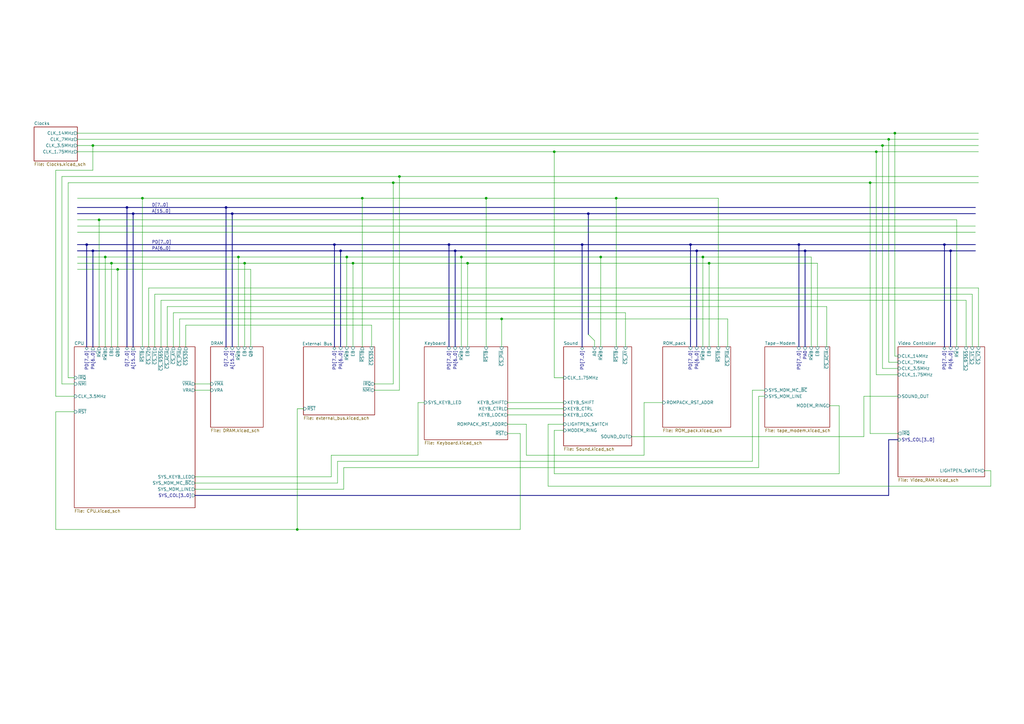
<source format=kicad_sch>
(kicad_sch
	(version 20250114)
	(generator "eeschema")
	(generator_version "9.0")
	(uuid "9e981419-a202-4dd8-b7ec-e1bde8e7b185")
	(paper "A3")
	(title_block
		(title "Apollo 7 Squale ")
		(rev "0.1")
		(comment 1 "http://hxc2001.free.fr/Squale/")
		(comment 2 "CC-BY Licence (Creative Commons Attribution)")
		(comment 3 "Drawn by Jean-François DEL NERO")
	)
	(lib_symbols)
	(junction
		(at 38.1 59.69)
		(diameter 0)
		(color 0 0 0 0)
		(uuid "05cc24be-7781-4426-8b61-8b4e982e9578")
	)
	(junction
		(at 58.42 81.28)
		(diameter 0)
		(color 0 0 0 0)
		(uuid "15fbe1e4-f77f-4b00-80f0-1f23ca04c515")
	)
	(junction
		(at 387.35 100.33)
		(diameter 0)
		(color 0 0 0 0)
		(uuid "1f30bad2-c966-43c4-a273-efc91d72fc30")
	)
	(junction
		(at 283.21 100.33)
		(diameter 0)
		(color 0 0 0 0)
		(uuid "1f63c170-2fb8-4d77-ba69-b1426c580aa0")
	)
	(junction
		(at 359.41 62.23)
		(diameter 0)
		(color 0 0 0 0)
		(uuid "208961a2-838b-46b5-85c5-52466a58a12f")
	)
	(junction
		(at 367.03 54.61)
		(diameter 0)
		(color 0 0 0 0)
		(uuid "2365cef2-bd8a-443b-9616-078c159964aa")
	)
	(junction
		(at 48.26 110.49)
		(diameter 0)
		(color 0 0 0 0)
		(uuid "264d868c-5e8e-4dbb-b8d8-ba2456b77f45")
	)
	(junction
		(at 241.3 87.63)
		(diameter 0)
		(color 0 0 0 0)
		(uuid "272dc889-4069-4e4b-ad62-333da212284e")
	)
	(junction
		(at 186.69 102.87)
		(diameter 0)
		(color 0 0 0 0)
		(uuid "2a12c93d-2189-43fe-989c-9cc5832bc8df")
	)
	(junction
		(at 246.38 105.41)
		(diameter 0)
		(color 0 0 0 0)
		(uuid "2e5635f3-066c-4371-a69f-1597b4ef9cfc")
	)
	(junction
		(at 191.77 107.95)
		(diameter 0)
		(color 0 0 0 0)
		(uuid "3bb5afdc-88bb-4235-8f11-aa3f1a6ea11e")
	)
	(junction
		(at 361.95 59.69)
		(diameter 0)
		(color 0 0 0 0)
		(uuid "3e02942f-fac4-4a98-a8bd-c078111e3376")
	)
	(junction
		(at 184.15 100.33)
		(diameter 0)
		(color 0 0 0 0)
		(uuid "47118805-f5bf-408b-ab67-0ef020640771")
	)
	(junction
		(at 45.72 107.95)
		(diameter 0)
		(color 0 0 0 0)
		(uuid "5877f527-b7de-454d-af5e-64f939470686")
	)
	(junction
		(at 43.18 105.41)
		(diameter 0)
		(color 0 0 0 0)
		(uuid "5baf688e-c962-4f9a-bbff-6693bb8e5d39")
	)
	(junction
		(at 142.24 105.41)
		(diameter 0)
		(color 0 0 0 0)
		(uuid "6285d09f-0c01-4406-9f4d-d3e37adc8d68")
	)
	(junction
		(at 121.92 217.17)
		(diameter 0)
		(color 0 0 0 0)
		(uuid "7137a6a5-534c-423b-8c73-6b21fc1ed328")
	)
	(junction
		(at 137.16 100.33)
		(diameter 0)
		(color 0 0 0 0)
		(uuid "7586f84d-0f65-43f9-bf91-a60ca76ae909")
	)
	(junction
		(at 205.74 130.81)
		(diameter 0)
		(color 0 0 0 0)
		(uuid "78cad092-ef77-4f35-af40-676aaed67265")
	)
	(junction
		(at 227.33 62.23)
		(diameter 0)
		(color 0 0 0 0)
		(uuid "7e4c5056-db2f-4db9-945a-ab4c71b00e02")
	)
	(junction
		(at 330.2 102.87)
		(diameter 0)
		(color 0 0 0 0)
		(uuid "7fc0283d-9390-4717-9692-5dae973dff0b")
	)
	(junction
		(at 356.87 74.93)
		(diameter 0)
		(color 0 0 0 0)
		(uuid "818a5371-98bb-456c-8d55-d74aca8a8dff")
	)
	(junction
		(at 161.29 74.93)
		(diameter 0)
		(color 0 0 0 0)
		(uuid "81b258df-a472-42e2-8ee4-d5c3899e0579")
	)
	(junction
		(at 163.83 72.39)
		(diameter 0)
		(color 0 0 0 0)
		(uuid "8d11d728-86cc-48ef-a321-26712c3d772b")
	)
	(junction
		(at 139.7 102.87)
		(diameter 0)
		(color 0 0 0 0)
		(uuid "9061fa00-35a5-4b1f-ae43-95a663d6025f")
	)
	(junction
		(at 252.73 81.28)
		(diameter 0)
		(color 0 0 0 0)
		(uuid "929b6603-c6a0-47bc-8b5b-7350d3a3f507")
	)
	(junction
		(at 148.59 81.28)
		(diameter 0)
		(color 0 0 0 0)
		(uuid "92d9b6e1-f48b-4e52-995b-ef3bc785dc77")
	)
	(junction
		(at 327.66 100.33)
		(diameter 0)
		(color 0 0 0 0)
		(uuid "9d124294-198f-4a83-86a4-16155a6e130e")
	)
	(junction
		(at 389.89 102.87)
		(diameter 0)
		(color 0 0 0 0)
		(uuid "9d6c1484-6503-40db-bcae-67c6d8397395")
	)
	(junction
		(at 364.49 57.15)
		(diameter 0)
		(color 0 0 0 0)
		(uuid "a22aa637-7c3e-4774-a8e9-8116d70e836a")
	)
	(junction
		(at 35.56 100.33)
		(diameter 0)
		(color 0 0 0 0)
		(uuid "a759d1fb-57dd-4b42-b575-2be74496d318")
	)
	(junction
		(at 189.23 105.41)
		(diameter 0)
		(color 0 0 0 0)
		(uuid "b974e9ad-4ea8-4d30-ae58-923bfdf654f2")
	)
	(junction
		(at 97.79 105.41)
		(diameter 0)
		(color 0 0 0 0)
		(uuid "bbcd2bd2-c87b-4769-9883-762de56eb1d5")
	)
	(junction
		(at 288.29 105.41)
		(diameter 0)
		(color 0 0 0 0)
		(uuid "bc9ec29e-45d3-4521-b349-9fd7b512b12b")
	)
	(junction
		(at 38.1 102.87)
		(diameter 0)
		(color 0 0 0 0)
		(uuid "bf6b0816-e031-463e-a961-69a6e3204f06")
	)
	(junction
		(at 100.33 107.95)
		(diameter 0)
		(color 0 0 0 0)
		(uuid "c5f9b52c-b3a5-4b33-b1de-819d257d467b")
	)
	(junction
		(at 52.07 85.09)
		(diameter 0)
		(color 0 0 0 0)
		(uuid "cec755d8-5251-4526-b6bd-b3561709acca")
	)
	(junction
		(at 285.75 102.87)
		(diameter 0)
		(color 0 0 0 0)
		(uuid "cedfaf82-a760-4bc2-9564-829a06e5abf0")
	)
	(junction
		(at 238.76 100.33)
		(diameter 0)
		(color 0 0 0 0)
		(uuid "d8084452-0a29-40c0-a4f0-ae7a2e3e5d3f")
	)
	(junction
		(at 144.78 107.95)
		(diameter 0)
		(color 0 0 0 0)
		(uuid "deffdb38-d9fa-4033-a038-062567d6dd31")
	)
	(junction
		(at 40.64 90.17)
		(diameter 0)
		(color 0 0 0 0)
		(uuid "e367093d-6bd8-48d8-94b5-40cded2f32ac")
	)
	(junction
		(at 199.39 81.28)
		(diameter 0)
		(color 0 0 0 0)
		(uuid "e99217cf-fce1-41d3-b463-e6b4537389fd")
	)
	(junction
		(at 92.71 85.09)
		(diameter 0)
		(color 0 0 0 0)
		(uuid "ebc11876-489d-4186-8c4e-2a75c3b2b32a")
	)
	(junction
		(at 290.83 107.95)
		(diameter 0)
		(color 0 0 0 0)
		(uuid "ed8447ac-6526-4469-88e0-7dea64b0216c")
	)
	(junction
		(at 95.25 87.63)
		(diameter 0)
		(color 0 0 0 0)
		(uuid "f7076a36-80c6-4f2a-a3b4-14f54298f665")
	)
	(junction
		(at 54.61 87.63)
		(diameter 0)
		(color 0 0 0 0)
		(uuid "feb79b39-ba2d-439b-8e0c-b5268e12489e")
	)
	(bus_entry
		(at 241.3 137.16)
		(size 2.54 2.54)
		(stroke
			(width 0)
			(type default)
		)
		(uuid "b0c17450-450a-47b6-9673-2380f51dbf1c")
	)
	(wire
		(pts
			(xy 68.58 142.24) (xy 68.58 125.73)
		)
		(stroke
			(width 0)
			(type default)
		)
		(uuid "01da9f07-1968-4257-a477-255a00ea1797")
	)
	(wire
		(pts
			(xy 63.5 120.65) (xy 398.78 120.65)
		)
		(stroke
			(width 0)
			(type default)
		)
		(uuid "020078c5-b52e-449c-8cc5-b75567965d25")
	)
	(wire
		(pts
			(xy 148.59 81.28) (xy 199.39 81.28)
		)
		(stroke
			(width 0)
			(type default)
		)
		(uuid "069cd5e2-4896-41c7-9ac1-cf4cc7b7e6e1")
	)
	(wire
		(pts
			(xy 45.72 107.95) (xy 100.33 107.95)
		)
		(stroke
			(width 0)
			(type default)
		)
		(uuid "06b7ebba-27f0-4d9b-80cd-c40744b68d13")
	)
	(wire
		(pts
			(xy 359.41 153.67) (xy 368.3 153.67)
		)
		(stroke
			(width 0)
			(type default)
		)
		(uuid "086e4fa2-4472-4267-8dcf-e31c11b0c80e")
	)
	(wire
		(pts
			(xy 76.2 133.35) (xy 152.4 133.35)
		)
		(stroke
			(width 0)
			(type default)
		)
		(uuid "089e1863-8b60-42e0-b0f4-a836a4584b59")
	)
	(wire
		(pts
			(xy 208.28 177.8) (xy 213.36 177.8)
		)
		(stroke
			(width 0)
			(type default)
		)
		(uuid "0b72a6b6-be3e-48ea-932c-bc5fcb996cc8")
	)
	(wire
		(pts
			(xy 60.96 142.24) (xy 60.96 118.11)
		)
		(stroke
			(width 0)
			(type default)
		)
		(uuid "0c1c3089-586f-4d98-ba58-cd600e8f103f")
	)
	(wire
		(pts
			(xy 135.89 195.58) (xy 135.89 186.69)
		)
		(stroke
			(width 0)
			(type default)
		)
		(uuid "0c8d173b-0d1e-4a88-896e-c8db37cb5bcb")
	)
	(wire
		(pts
			(xy 140.97 191.77) (xy 311.15 191.77)
		)
		(stroke
			(width 0)
			(type default)
		)
		(uuid "103bc3f8-2ae0-4697-9870-f179a258bde4")
	)
	(wire
		(pts
			(xy 259.08 179.07) (xy 354.33 179.07)
		)
		(stroke
			(width 0)
			(type default)
		)
		(uuid "14136e27-ed84-4053-9115-9144f759617e")
	)
	(wire
		(pts
			(xy 208.28 165.1) (xy 231.14 165.1)
		)
		(stroke
			(width 0)
			(type default)
		)
		(uuid "14a35116-48b8-48e5-8ac6-ed0fa74a1821")
	)
	(wire
		(pts
			(xy 208.28 170.18) (xy 231.14 170.18)
		)
		(stroke
			(width 0)
			(type default)
		)
		(uuid "16026cf7-417c-4df0-8a85-6429abef4e14")
	)
	(wire
		(pts
			(xy 142.24 105.41) (xy 189.23 105.41)
		)
		(stroke
			(width 0)
			(type default)
		)
		(uuid "1895bf92-4ffa-4de5-b7a0-739c80060286")
	)
	(wire
		(pts
			(xy 171.45 165.1) (xy 173.99 165.1)
		)
		(stroke
			(width 0)
			(type default)
		)
		(uuid "1a213999-7929-4e3f-a027-834b0e6ad546")
	)
	(wire
		(pts
			(xy 22.86 217.17) (xy 121.92 217.17)
		)
		(stroke
			(width 0)
			(type default)
		)
		(uuid "1b22a936-504c-4341-9cad-5da026745d7e")
	)
	(bus
		(pts
			(xy 38.1 102.87) (xy 38.1 142.24)
		)
		(stroke
			(width 0)
			(type default)
		)
		(uuid "1c928b66-59d2-46df-8838-b4f087e93c40")
	)
	(wire
		(pts
			(xy 344.17 194.31) (xy 227.33 194.31)
		)
		(stroke
			(width 0)
			(type default)
		)
		(uuid "1f97fce0-08f4-409b-a786-aca68990fdeb")
	)
	(bus
		(pts
			(xy 54.61 87.63) (xy 54.61 142.24)
		)
		(stroke
			(width 0)
			(type default)
		)
		(uuid "207114bf-09de-403d-90d7-b86d1f226e82")
	)
	(bus
		(pts
			(xy 35.56 100.33) (xy 137.16 100.33)
		)
		(stroke
			(width 0)
			(type default)
		)
		(uuid "222cad45-41ec-4ebc-8407-543a4d1bb750")
	)
	(wire
		(pts
			(xy 80.01 200.66) (xy 140.97 200.66)
		)
		(stroke
			(width 0)
			(type default)
		)
		(uuid "22ba8a96-7a99-4429-92ec-76492699e621")
	)
	(bus
		(pts
			(xy 238.76 100.33) (xy 283.21 100.33)
		)
		(stroke
			(width 0)
			(type default)
		)
		(uuid "232e7d68-6863-4b20-ad9b-374f261bfd62")
	)
	(bus
		(pts
			(xy 31.75 87.63) (xy 54.61 87.63)
		)
		(stroke
			(width 0)
			(type default)
		)
		(uuid "24ffbff9-97dc-4ae7-a034-2311fe2116c5")
	)
	(wire
		(pts
			(xy 80.01 157.48) (xy 86.36 157.48)
		)
		(stroke
			(width 0)
			(type default)
		)
		(uuid "256944a9-6a68-4168-a943-7a09bf43e4b9")
	)
	(wire
		(pts
			(xy 63.5 142.24) (xy 63.5 120.65)
		)
		(stroke
			(width 0)
			(type default)
		)
		(uuid "25bd5dba-db53-4754-9d37-a1233ccf7d30")
	)
	(wire
		(pts
			(xy 189.23 105.41) (xy 246.38 105.41)
		)
		(stroke
			(width 0)
			(type default)
		)
		(uuid "25cc2564-a43d-4ef8-96c0-223e6aee110d")
	)
	(wire
		(pts
			(xy 140.97 200.66) (xy 140.97 191.77)
		)
		(stroke
			(width 0)
			(type default)
		)
		(uuid "2657c403-05f4-476c-99b3-0900d84bd6e5")
	)
	(wire
		(pts
			(xy 191.77 107.95) (xy 290.83 107.95)
		)
		(stroke
			(width 0)
			(type default)
		)
		(uuid "28051697-ec61-490e-9c48-7b4c4be73468")
	)
	(wire
		(pts
			(xy 40.64 90.17) (xy 392.43 90.17)
		)
		(stroke
			(width 0)
			(type default)
		)
		(uuid "2c04f0a2-c046-493f-8fae-bc6eb9291e3b")
	)
	(wire
		(pts
			(xy 31.75 105.41) (xy 43.18 105.41)
		)
		(stroke
			(width 0)
			(type default)
		)
		(uuid "2c7cc3bb-93f2-495e-a645-ec6f4f75c026")
	)
	(wire
		(pts
			(xy 356.87 74.93) (xy 401.32 74.93)
		)
		(stroke
			(width 0)
			(type default)
		)
		(uuid "2c9199a0-8266-4819-8c18-41f0181275ca")
	)
	(wire
		(pts
			(xy 252.73 81.28) (xy 252.73 142.24)
		)
		(stroke
			(width 0)
			(type default)
		)
		(uuid "2cb405d9-ce61-40d9-b01b-078ccad4c6e7")
	)
	(wire
		(pts
			(xy 58.42 81.28) (xy 58.42 142.24)
		)
		(stroke
			(width 0)
			(type default)
		)
		(uuid "2d32e215-dcca-4797-b11e-a8fb01962dbf")
	)
	(wire
		(pts
			(xy 31.75 110.49) (xy 48.26 110.49)
		)
		(stroke
			(width 0)
			(type default)
		)
		(uuid "2e29ce54-5577-43df-a230-44c97e8b4ede")
	)
	(wire
		(pts
			(xy 246.38 105.41) (xy 246.38 142.24)
		)
		(stroke
			(width 0)
			(type default)
		)
		(uuid "2f6118fb-26ec-4e34-a12c-03058a713292")
	)
	(wire
		(pts
			(xy 246.38 105.41) (xy 288.29 105.41)
		)
		(stroke
			(width 0)
			(type default)
		)
		(uuid "2fabb9e6-15e2-458b-ba22-91457c781a74")
	)
	(wire
		(pts
			(xy 392.43 90.17) (xy 392.43 142.24)
		)
		(stroke
			(width 0)
			(type default)
		)
		(uuid "2fdb600c-a52c-4483-8d1e-5e7044e8caec")
	)
	(wire
		(pts
			(xy 396.24 123.19) (xy 396.24 142.24)
		)
		(stroke
			(width 0)
			(type default)
		)
		(uuid "309e1ce1-6653-4920-ae07-ca604548dcba")
	)
	(wire
		(pts
			(xy 31.75 54.61) (xy 367.03 54.61)
		)
		(stroke
			(width 0)
			(type default)
		)
		(uuid "30cc1545-4a21-4ce3-9349-5ab4dfa05882")
	)
	(wire
		(pts
			(xy 332.74 142.24) (xy 332.74 105.41)
		)
		(stroke
			(width 0)
			(type default)
		)
		(uuid "30f89b15-4791-4f6c-9e1b-53d36260f5af")
	)
	(wire
		(pts
			(xy 199.39 81.28) (xy 252.73 81.28)
		)
		(stroke
			(width 0)
			(type default)
		)
		(uuid "311005c0-e9ff-4ec3-b187-7c06ff13cb0d")
	)
	(bus
		(pts
			(xy 31.75 85.09) (xy 52.07 85.09)
		)
		(stroke
			(width 0)
			(type default)
		)
		(uuid "31540da7-e5d9-414f-84c0-876eafe03fbf")
	)
	(wire
		(pts
			(xy 252.73 81.28) (xy 294.64 81.28)
		)
		(stroke
			(width 0)
			(type default)
		)
		(uuid "3194d383-f91c-4c24-9863-07fc2c1f7999")
	)
	(wire
		(pts
			(xy 73.66 142.24) (xy 73.66 130.81)
		)
		(stroke
			(width 0)
			(type default)
		)
		(uuid "31b5dff1-6ced-4c0c-a7d5-04e5ec737b27")
	)
	(wire
		(pts
			(xy 22.86 162.56) (xy 22.86 69.85)
		)
		(stroke
			(width 0)
			(type default)
		)
		(uuid "32728e04-80ec-4e69-a0a4-ecc5bfdf9358")
	)
	(wire
		(pts
			(xy 71.12 128.27) (xy 256.54 128.27)
		)
		(stroke
			(width 0)
			(type default)
		)
		(uuid "32f7d2df-0970-4c81-a29f-63954ba2a1a1")
	)
	(bus
		(pts
			(xy 137.16 100.33) (xy 137.16 142.24)
		)
		(stroke
			(width 0)
			(type default)
		)
		(uuid "334e6181-c1d7-41ef-ae15-f9e9aa3d5796")
	)
	(bus
		(pts
			(xy 389.89 102.87) (xy 400.05 102.87)
		)
		(stroke
			(width 0)
			(type default)
		)
		(uuid "3363acb2-968f-4c55-8968-5180620c7352")
	)
	(wire
		(pts
			(xy 354.33 179.07) (xy 354.33 162.56)
		)
		(stroke
			(width 0)
			(type default)
		)
		(uuid "35a52751-4068-42a4-be89-7a4d4791032f")
	)
	(wire
		(pts
			(xy 68.58 125.73) (xy 339.09 125.73)
		)
		(stroke
			(width 0)
			(type default)
		)
		(uuid "36a17aee-cd4c-40f8-bab1-e191987e73b4")
	)
	(wire
		(pts
			(xy 231.14 154.94) (xy 227.33 154.94)
		)
		(stroke
			(width 0)
			(type default)
		)
		(uuid "370957ca-4618-4c50-8f92-d4614679b99a")
	)
	(wire
		(pts
			(xy 171.45 186.69) (xy 171.45 165.1)
		)
		(stroke
			(width 0)
			(type default)
		)
		(uuid "39230e86-86a7-4899-9f5b-d482bc97c028")
	)
	(wire
		(pts
			(xy 191.77 107.95) (xy 191.77 142.24)
		)
		(stroke
			(width 0)
			(type default)
		)
		(uuid "3c92ce39-1153-42ec-9f79-0b77dd7bcdc8")
	)
	(bus
		(pts
			(xy 327.66 100.33) (xy 327.66 142.24)
		)
		(stroke
			(width 0)
			(type default)
		)
		(uuid "3c9df69b-11a9-400b-bb98-30ebdd0a6c63")
	)
	(wire
		(pts
			(xy 144.78 107.95) (xy 191.77 107.95)
		)
		(stroke
			(width 0)
			(type default)
		)
		(uuid "3cd17622-a52b-4d29-b163-4f71de9552d4")
	)
	(wire
		(pts
			(xy 290.83 107.95) (xy 335.28 107.95)
		)
		(stroke
			(width 0)
			(type default)
		)
		(uuid "3d8e4e33-a5d0-469c-ba99-747be8423b04")
	)
	(wire
		(pts
			(xy 48.26 110.49) (xy 102.87 110.49)
		)
		(stroke
			(width 0)
			(type default)
		)
		(uuid "3ebd8b99-a6fd-4285-a67c-a23a6cecc0da")
	)
	(bus
		(pts
			(xy 92.71 85.09) (xy 92.71 142.24)
		)
		(stroke
			(width 0)
			(type default)
		)
		(uuid "3fa02c32-7903-4d90-ad50-333feaf5bdc3")
	)
	(wire
		(pts
			(xy 71.12 142.24) (xy 71.12 128.27)
		)
		(stroke
			(width 0)
			(type default)
		)
		(uuid "40388641-bb8b-4cba-9a44-b0a7d75e7c36")
	)
	(wire
		(pts
			(xy 227.33 62.23) (xy 359.41 62.23)
		)
		(stroke
			(width 0)
			(type default)
		)
		(uuid "41e64b28-5818-42cc-83a5-d3a8e293f68f")
	)
	(wire
		(pts
			(xy 227.33 154.94) (xy 227.33 62.23)
		)
		(stroke
			(width 0)
			(type default)
		)
		(uuid "4226601a-313f-4ba7-842e-efebefbb2f77")
	)
	(wire
		(pts
			(xy 224.79 173.99) (xy 231.14 173.99)
		)
		(stroke
			(width 0)
			(type default)
		)
		(uuid "43e4e065-bb23-4c55-aafc-1c32a961d80d")
	)
	(wire
		(pts
			(xy 224.79 199.39) (xy 224.79 173.99)
		)
		(stroke
			(width 0)
			(type default)
		)
		(uuid "47d71a2b-0450-431c-8854-c561980723e7")
	)
	(bus
		(pts
			(xy 283.21 100.33) (xy 283.21 142.24)
		)
		(stroke
			(width 0)
			(type default)
		)
		(uuid "4a9a3b63-ab13-413f-a842-344ff1c2f0ef")
	)
	(wire
		(pts
			(xy 48.26 110.49) (xy 48.26 142.24)
		)
		(stroke
			(width 0)
			(type default)
		)
		(uuid "4cc08583-584d-4d22-82ad-b594fd011d9c")
	)
	(wire
		(pts
			(xy 205.74 130.81) (xy 298.45 130.81)
		)
		(stroke
			(width 0)
			(type default)
		)
		(uuid "4f98032d-63b9-4b62-bac5-06f8ae8d5308")
	)
	(wire
		(pts
			(xy 80.01 198.12) (xy 138.43 198.12)
		)
		(stroke
			(width 0)
			(type default)
		)
		(uuid "50d398e6-1fd4-45c6-b445-8011e4441724")
	)
	(bus
		(pts
			(xy 186.69 102.87) (xy 186.69 142.24)
		)
		(stroke
			(width 0)
			(type default)
		)
		(uuid "50fce9f0-6eee-46ab-a9a7-b2e0faad6dbe")
	)
	(wire
		(pts
			(xy 97.79 105.41) (xy 97.79 142.24)
		)
		(stroke
			(width 0)
			(type default)
		)
		(uuid "5265f222-29e6-4c80-bbb2-fce5d3b93be2")
	)
	(wire
		(pts
			(xy 31.75 81.28) (xy 58.42 81.28)
		)
		(stroke
			(width 0)
			(type default)
		)
		(uuid "52d6c71c-d303-4e62-8a6c-b0b97be69aff")
	)
	(wire
		(pts
			(xy 367.03 54.61) (xy 401.32 54.61)
		)
		(stroke
			(width 0)
			(type default)
		)
		(uuid "52e0a06f-27d2-43fe-8f9c-0f0151ce4b46")
	)
	(bus
		(pts
			(xy 95.25 87.63) (xy 95.25 142.24)
		)
		(stroke
			(width 0)
			(type default)
		)
		(uuid "531f1644-46f1-4b48-bcdb-d98208c1568b")
	)
	(bus
		(pts
			(xy 31.75 100.33) (xy 35.56 100.33)
		)
		(stroke
			(width 0)
			(type default)
		)
		(uuid "55816be5-f1fd-4152-97e7-3d768e303646")
	)
	(bus
		(pts
			(xy 241.3 87.63) (xy 400.05 87.63)
		)
		(stroke
			(width 0)
			(type default)
		)
		(uuid "56157232-ecf2-4e9d-8335-2c9c121fe70e")
	)
	(wire
		(pts
			(xy 356.87 74.93) (xy 356.87 177.8)
		)
		(stroke
			(width 0)
			(type default)
		)
		(uuid "561eb29f-ad34-4705-a0a7-ab9a6b413150")
	)
	(wire
		(pts
			(xy 38.1 59.69) (xy 361.95 59.69)
		)
		(stroke
			(width 0)
			(type default)
		)
		(uuid "56e44cf5-91f3-44f2-9524-dedd67a6876f")
	)
	(wire
		(pts
			(xy 227.33 176.53) (xy 231.14 176.53)
		)
		(stroke
			(width 0)
			(type default)
		)
		(uuid "58f88d4e-46a4-4635-9a9c-c30ca252be25")
	)
	(bus
		(pts
			(xy 38.1 102.87) (xy 139.7 102.87)
		)
		(stroke
			(width 0)
			(type default)
		)
		(uuid "591e6d91-d8fb-403a-bc73-5147c63602a7")
	)
	(wire
		(pts
			(xy 215.9 173.99) (xy 215.9 186.69)
		)
		(stroke
			(width 0)
			(type default)
		)
		(uuid "59345bc2-6025-4329-b36f-4306da8bccb2")
	)
	(wire
		(pts
			(xy 60.96 118.11) (xy 401.32 118.11)
		)
		(stroke
			(width 0)
			(type default)
		)
		(uuid "598e4e58-22f3-4adf-90bf-8af624ac580c")
	)
	(wire
		(pts
			(xy 45.72 107.95) (xy 45.72 142.24)
		)
		(stroke
			(width 0)
			(type default)
		)
		(uuid "59f24442-cab2-43aa-b67c-1f622248ece5")
	)
	(wire
		(pts
			(xy 199.39 81.28) (xy 199.39 142.24)
		)
		(stroke
			(width 0)
			(type default)
		)
		(uuid "5a5f40b5-27dd-4313-b256-593c69e9edce")
	)
	(wire
		(pts
			(xy 208.28 173.99) (xy 215.9 173.99)
		)
		(stroke
			(width 0)
			(type default)
		)
		(uuid "5b430b74-06e8-4a93-a428-2793af1c83c1")
	)
	(bus
		(pts
			(xy 52.07 85.09) (xy 52.07 142.24)
		)
		(stroke
			(width 0)
			(type default)
		)
		(uuid "5b596f02-65ce-447b-bf32-9aac76c933af")
	)
	(wire
		(pts
			(xy 243.84 139.7) (xy 243.84 142.24)
		)
		(stroke
			(width 0)
			(type default)
		)
		(uuid "5f05d7f9-1550-428e-b86b-8fe86a427906")
	)
	(wire
		(pts
			(xy 153.67 157.48) (xy 161.29 157.48)
		)
		(stroke
			(width 0)
			(type default)
		)
		(uuid "621bf6d6-018c-4118-a8a4-a4016daef590")
	)
	(bus
		(pts
			(xy 80.01 203.2) (xy 364.49 203.2)
		)
		(stroke
			(width 0)
			(type default)
		)
		(uuid "65c5e070-ca52-4f45-84b8-d172e9717ebc")
	)
	(bus
		(pts
			(xy 54.61 87.63) (xy 95.25 87.63)
		)
		(stroke
			(width 0)
			(type default)
		)
		(uuid "6976d4b7-155c-44f5-a723-2e928127b0c9")
	)
	(wire
		(pts
			(xy 31.75 92.71) (xy 400.05 92.71)
		)
		(stroke
			(width 0)
			(type default)
		)
		(uuid "6cb50569-d9cc-4efc-a2f0-9ab83782e7ff")
	)
	(wire
		(pts
			(xy 288.29 105.41) (xy 288.29 142.24)
		)
		(stroke
			(width 0)
			(type default)
		)
		(uuid "6d49376d-9aab-436f-bfed-4aa13805ca4d")
	)
	(wire
		(pts
			(xy 398.78 120.65) (xy 398.78 142.24)
		)
		(stroke
			(width 0)
			(type default)
		)
		(uuid "6e27d32a-6362-489f-8ae2-b5f458b052bd")
	)
	(bus
		(pts
			(xy 137.16 100.33) (xy 184.15 100.33)
		)
		(stroke
			(width 0)
			(type default)
		)
		(uuid "725ae5d2-a2e4-4f08-921b-a439bd4e534f")
	)
	(wire
		(pts
			(xy 80.01 195.58) (xy 135.89 195.58)
		)
		(stroke
			(width 0)
			(type default)
		)
		(uuid "725f2b53-b569-473e-a6df-75cdfa49eb03")
	)
	(wire
		(pts
			(xy 22.86 217.17) (xy 22.86 168.91)
		)
		(stroke
			(width 0)
			(type default)
		)
		(uuid "726f6ff2-63ed-46ef-a27d-eb9076f9430e")
	)
	(wire
		(pts
			(xy 58.42 81.28) (xy 148.59 81.28)
		)
		(stroke
			(width 0)
			(type default)
		)
		(uuid "7588137d-aa9b-4a26-ae17-4c80faf21952")
	)
	(wire
		(pts
			(xy 144.78 107.95) (xy 144.78 142.24)
		)
		(stroke
			(width 0)
			(type default)
		)
		(uuid "767ea24f-567a-42cd-a5cf-323129cf2e07")
	)
	(wire
		(pts
			(xy 308.61 160.02) (xy 313.69 160.02)
		)
		(stroke
			(width 0)
			(type default)
		)
		(uuid "767f12f0-74cc-45a0-88b8-099254b50f3c")
	)
	(wire
		(pts
			(xy 80.01 160.02) (xy 86.36 160.02)
		)
		(stroke
			(width 0)
			(type default)
		)
		(uuid "76d6f174-3058-4917-b47f-fe9ac25b0d2f")
	)
	(wire
		(pts
			(xy 367.03 54.61) (xy 367.03 146.05)
		)
		(stroke
			(width 0)
			(type default)
		)
		(uuid "7925722d-3a3b-4670-9db3-7d1d840664c7")
	)
	(bus
		(pts
			(xy 35.56 100.33) (xy 35.56 142.24)
		)
		(stroke
			(width 0)
			(type default)
		)
		(uuid "7b7b8ef1-4fa1-4f71-9d17-5823121bc609")
	)
	(bus
		(pts
			(xy 184.15 100.33) (xy 184.15 142.24)
		)
		(stroke
			(width 0)
			(type default)
		)
		(uuid "7d03d930-1190-4b96-bc6f-055060e6333e")
	)
	(wire
		(pts
			(xy 152.4 133.35) (xy 152.4 142.24)
		)
		(stroke
			(width 0)
			(type default)
		)
		(uuid "7dc5daa9-aafd-4b40-b6f1-2dd843a905e6")
	)
	(wire
		(pts
			(xy 138.43 189.23) (xy 308.61 189.23)
		)
		(stroke
			(width 0)
			(type default)
		)
		(uuid "7dfc3ce8-4ad5-4c3e-a7d1-f566c471ae0c")
	)
	(bus
		(pts
			(xy 389.89 102.87) (xy 389.89 142.24)
		)
		(stroke
			(width 0)
			(type default)
		)
		(uuid "7f8afc48-68d9-4904-9177-639154810e43")
	)
	(wire
		(pts
			(xy 100.33 107.95) (xy 100.33 142.24)
		)
		(stroke
			(width 0)
			(type default)
		)
		(uuid "80117840-b704-4b52-84c4-5ec76ea865a5")
	)
	(wire
		(pts
			(xy 354.33 162.56) (xy 368.3 162.56)
		)
		(stroke
			(width 0)
			(type default)
		)
		(uuid "8020b475-d64f-4b2d-80fa-fd165dc12aa8")
	)
	(bus
		(pts
			(xy 52.07 85.09) (xy 92.71 85.09)
		)
		(stroke
			(width 0)
			(type default)
		)
		(uuid "817d4d66-254e-4b3a-91b5-8b7a8afee78f")
	)
	(bus
		(pts
			(xy 330.2 102.87) (xy 330.2 142.24)
		)
		(stroke
			(width 0)
			(type default)
		)
		(uuid "82147684-9bf2-4e8c-8465-a87090a3edea")
	)
	(bus
		(pts
			(xy 387.35 100.33) (xy 400.05 100.33)
		)
		(stroke
			(width 0)
			(type default)
		)
		(uuid "844989be-ef22-4117-80de-101bc5b4aed1")
	)
	(bus
		(pts
			(xy 95.25 87.63) (xy 241.3 87.63)
		)
		(stroke
			(width 0)
			(type default)
		)
		(uuid "86a0ecc3-3f90-4e55-8243-f149241922e3")
	)
	(wire
		(pts
			(xy 97.79 105.41) (xy 142.24 105.41)
		)
		(stroke
			(width 0)
			(type default)
		)
		(uuid "8945528b-2b3a-4a93-8d46-a0f97401be57")
	)
	(wire
		(pts
			(xy 30.48 157.48) (xy 25.4 157.48)
		)
		(stroke
			(width 0)
			(type default)
		)
		(uuid "8a044283-e5c5-41ef-9a70-fe1caf89f608")
	)
	(wire
		(pts
			(xy 205.74 130.81) (xy 205.74 142.24)
		)
		(stroke
			(width 0)
			(type default)
		)
		(uuid "8a17be11-b51f-4d4e-b9d3-b55347d0edcf")
	)
	(wire
		(pts
			(xy 100.33 107.95) (xy 144.78 107.95)
		)
		(stroke
			(width 0)
			(type default)
		)
		(uuid "8a348b38-1c83-4f2c-8e76-712d82a04f73")
	)
	(wire
		(pts
			(xy 66.04 142.24) (xy 66.04 123.19)
		)
		(stroke
			(width 0)
			(type default)
		)
		(uuid "8b6c21f7-8969-464d-a582-3de91984b22a")
	)
	(wire
		(pts
			(xy 403.86 193.04) (xy 406.4 193.04)
		)
		(stroke
			(width 0)
			(type default)
		)
		(uuid "8e2e3be2-a82d-499c-89cd-293af2450943")
	)
	(wire
		(pts
			(xy 31.75 57.15) (xy 364.49 57.15)
		)
		(stroke
			(width 0)
			(type default)
		)
		(uuid "9074ecb5-0e87-456d-ba9c-86e9c0c48cd0")
	)
	(wire
		(pts
			(xy 30.48 162.56) (xy 22.86 162.56)
		)
		(stroke
			(width 0)
			(type default)
		)
		(uuid "91e59261-1e30-4a91-b2c2-e4a83adeade8")
	)
	(wire
		(pts
			(xy 364.49 57.15) (xy 401.32 57.15)
		)
		(stroke
			(width 0)
			(type default)
		)
		(uuid "937f2e71-1643-4a28-a13e-9690a8456cf7")
	)
	(wire
		(pts
			(xy 367.03 146.05) (xy 368.3 146.05)
		)
		(stroke
			(width 0)
			(type default)
		)
		(uuid "94ae76ee-1ca9-4911-90e6-f16ad63c1237")
	)
	(wire
		(pts
			(xy 121.92 167.64) (xy 124.46 167.64)
		)
		(stroke
			(width 0)
			(type default)
		)
		(uuid "966886ab-94e0-4866-9131-faa6a61b944d")
	)
	(wire
		(pts
			(xy 359.41 62.23) (xy 401.32 62.23)
		)
		(stroke
			(width 0)
			(type default)
		)
		(uuid "97396537-ecc2-43de-b92b-38739ef28912")
	)
	(wire
		(pts
			(xy 294.64 81.28) (xy 294.64 142.24)
		)
		(stroke
			(width 0)
			(type default)
		)
		(uuid "9757fc4f-5327-4200-bef9-02758d86f9ec")
	)
	(wire
		(pts
			(xy 38.1 69.85) (xy 38.1 59.69)
		)
		(stroke
			(width 0)
			(type default)
		)
		(uuid "98409661-7c57-4747-a240-add0f6fa9400")
	)
	(bus
		(pts
			(xy 387.35 100.33) (xy 387.35 142.24)
		)
		(stroke
			(width 0)
			(type default)
		)
		(uuid "9c9e584b-a228-48ab-8314-f21b76b40aa0")
	)
	(wire
		(pts
			(xy 121.92 167.64) (xy 121.92 217.17)
		)
		(stroke
			(width 0)
			(type default)
		)
		(uuid "9dad9d22-2d44-45a6-803e-7ba34de37565")
	)
	(wire
		(pts
			(xy 27.94 74.93) (xy 161.29 74.93)
		)
		(stroke
			(width 0)
			(type default)
		)
		(uuid "9ed9d78a-f60f-4dbf-94e2-21489993e0f9")
	)
	(bus
		(pts
			(xy 139.7 102.87) (xy 186.69 102.87)
		)
		(stroke
			(width 0)
			(type default)
		)
		(uuid "9ee22366-032d-416d-825d-c7810a93f204")
	)
	(wire
		(pts
			(xy 31.75 90.17) (xy 40.64 90.17)
		)
		(stroke
			(width 0)
			(type default)
		)
		(uuid "9f6782c4-b396-44df-9263-0e4588c33c27")
	)
	(bus
		(pts
			(xy 92.71 85.09) (xy 400.05 85.09)
		)
		(stroke
			(width 0)
			(type default)
		)
		(uuid "9fadeca9-e886-477a-9ea7-b784c74f696a")
	)
	(wire
		(pts
			(xy 73.66 130.81) (xy 205.74 130.81)
		)
		(stroke
			(width 0)
			(type default)
		)
		(uuid "a2be4b6a-c368-4f7e-8bfc-b75f62eebd31")
	)
	(wire
		(pts
			(xy 163.83 72.39) (xy 401.32 72.39)
		)
		(stroke
			(width 0)
			(type default)
		)
		(uuid "a33d188d-ea9d-4ea2-988c-ae704174f469")
	)
	(wire
		(pts
			(xy 364.49 57.15) (xy 364.49 148.59)
		)
		(stroke
			(width 0)
			(type default)
		)
		(uuid "a4221411-1ea6-4008-a599-7c209abe5bc6")
	)
	(wire
		(pts
			(xy 335.28 107.95) (xy 335.28 142.24)
		)
		(stroke
			(width 0)
			(type default)
		)
		(uuid "a4d78b6f-2582-4c54-b278-f35d64cb0415")
	)
	(wire
		(pts
			(xy 40.64 90.17) (xy 40.64 142.24)
		)
		(stroke
			(width 0)
			(type default)
		)
		(uuid "a4fec3a7-310b-4dd0-ab02-10ca1ad3e633")
	)
	(wire
		(pts
			(xy 148.59 81.28) (xy 148.59 142.24)
		)
		(stroke
			(width 0)
			(type default)
		)
		(uuid "a58bd503-af3c-4e52-9136-300e74e97ea2")
	)
	(wire
		(pts
			(xy 361.95 59.69) (xy 401.32 59.69)
		)
		(stroke
			(width 0)
			(type default)
		)
		(uuid "a6bfba66-a2d4-45a5-bb70-1dd5c73c1a85")
	)
	(wire
		(pts
			(xy 102.87 110.49) (xy 102.87 142.24)
		)
		(stroke
			(width 0)
			(type default)
		)
		(uuid "a8fbcc7c-b177-4fa7-b6ed-2ff062b27552")
	)
	(wire
		(pts
			(xy 264.16 186.69) (xy 264.16 165.1)
		)
		(stroke
			(width 0)
			(type default)
		)
		(uuid "a95a7f81-0acb-41aa-a9f0-9cf54dcb74f6")
	)
	(wire
		(pts
			(xy 290.83 107.95) (xy 290.83 142.24)
		)
		(stroke
			(width 0)
			(type default)
		)
		(uuid "a9bec3fa-5ede-4a81-83a2-927755f5f2f1")
	)
	(wire
		(pts
			(xy 163.83 160.02) (xy 163.83 72.39)
		)
		(stroke
			(width 0)
			(type default)
		)
		(uuid "aa3f982b-c645-48a0-b4e2-c724d7396db4")
	)
	(wire
		(pts
			(xy 359.41 62.23) (xy 359.41 153.67)
		)
		(stroke
			(width 0)
			(type default)
		)
		(uuid "ab8e6101-7a5a-4559-bd1c-9fc5f7cb56d8")
	)
	(wire
		(pts
			(xy 215.9 186.69) (xy 264.16 186.69)
		)
		(stroke
			(width 0)
			(type default)
		)
		(uuid "abe45581-2996-44af-ac3e-e1ca931f8f6a")
	)
	(bus
		(pts
			(xy 184.15 100.33) (xy 238.76 100.33)
		)
		(stroke
			(width 0)
			(type default)
		)
		(uuid "af461d80-ec8e-4790-8d15-25b70fb797b5")
	)
	(wire
		(pts
			(xy 406.4 193.04) (xy 406.4 199.39)
		)
		(stroke
			(width 0)
			(type default)
		)
		(uuid "b18528d1-70c4-44e3-84f8-e93504444923")
	)
	(wire
		(pts
			(xy 22.86 69.85) (xy 38.1 69.85)
		)
		(stroke
			(width 0)
			(type default)
		)
		(uuid "b2e5e7cd-33b5-4627-8031-7d3bdf4c3dc5")
	)
	(wire
		(pts
			(xy 27.94 154.94) (xy 27.94 74.93)
		)
		(stroke
			(width 0)
			(type default)
		)
		(uuid "b3c20b28-2a78-40ec-8d16-37fea6902152")
	)
	(wire
		(pts
			(xy 43.18 105.41) (xy 43.18 142.24)
		)
		(stroke
			(width 0)
			(type default)
		)
		(uuid "b46cb29e-6981-4ca2-a8f2-cf227f792bed")
	)
	(wire
		(pts
			(xy 256.54 128.27) (xy 256.54 142.24)
		)
		(stroke
			(width 0)
			(type default)
		)
		(uuid "b6398af6-dbc6-4810-b310-5666e29a4b28")
	)
	(wire
		(pts
			(xy 213.36 177.8) (xy 213.36 217.17)
		)
		(stroke
			(width 0)
			(type default)
		)
		(uuid "b662a19e-da5e-49e7-bd89-e841663f18e2")
	)
	(bus
		(pts
			(xy 285.75 102.87) (xy 330.2 102.87)
		)
		(stroke
			(width 0)
			(type default)
		)
		(uuid "b7334410-2c09-4f47-b46b-b110aa7e0d2d")
	)
	(bus
		(pts
			(xy 364.49 203.2) (xy 364.49 180.34)
		)
		(stroke
			(width 0)
			(type default)
		)
		(uuid "b78eb0c2-4051-4cbd-9a9a-f400341c2240")
	)
	(bus
		(pts
			(xy 186.69 102.87) (xy 285.75 102.87)
		)
		(stroke
			(width 0)
			(type default)
		)
		(uuid "ba0e93e7-8107-446e-b3d5-fd347dae5d89")
	)
	(wire
		(pts
			(xy 340.36 166.37) (xy 344.17 166.37)
		)
		(stroke
			(width 0)
			(type default)
		)
		(uuid "bc64e064-1cae-4e9e-bb72-d5c20b272556")
	)
	(bus
		(pts
			(xy 327.66 100.33) (xy 387.35 100.33)
		)
		(stroke
			(width 0)
			(type default)
		)
		(uuid "bcf78aac-acf3-4f8f-af66-2c4dcba9a09c")
	)
	(wire
		(pts
			(xy 25.4 157.48) (xy 25.4 72.39)
		)
		(stroke
			(width 0)
			(type default)
		)
		(uuid "bd818c16-d8bb-4e61-ba9a-d6b526459b9e")
	)
	(wire
		(pts
			(xy 138.43 198.12) (xy 138.43 189.23)
		)
		(stroke
			(width 0)
			(type default)
		)
		(uuid "bf218612-a92a-475c-be1f-66f35d7a72ed")
	)
	(wire
		(pts
			(xy 298.45 130.81) (xy 298.45 142.24)
		)
		(stroke
			(width 0)
			(type default)
		)
		(uuid "c072f527-6b8a-4242-ae58-55e2e13e34ef")
	)
	(bus
		(pts
			(xy 283.21 100.33) (xy 327.66 100.33)
		)
		(stroke
			(width 0)
			(type default)
		)
		(uuid "c09ad877-939a-4656-b915-8559441e663f")
	)
	(wire
		(pts
			(xy 31.75 62.23) (xy 227.33 62.23)
		)
		(stroke
			(width 0)
			(type default)
		)
		(uuid "c3749a85-72f5-4d43-9bb5-85bb9e616851")
	)
	(wire
		(pts
			(xy 311.15 162.56) (xy 313.69 162.56)
		)
		(stroke
			(width 0)
			(type default)
		)
		(uuid "c54d6e76-fe2b-4590-8762-bd122d7e7f5c")
	)
	(wire
		(pts
			(xy 161.29 74.93) (xy 356.87 74.93)
		)
		(stroke
			(width 0)
			(type default)
		)
		(uuid "c577803c-a818-4154-824e-7cc9c1e91048")
	)
	(wire
		(pts
			(xy 161.29 74.93) (xy 161.29 157.48)
		)
		(stroke
			(width 0)
			(type default)
		)
		(uuid "c616d4d8-9113-47e4-8efb-a25ab827309e")
	)
	(wire
		(pts
			(xy 308.61 189.23) (xy 308.61 160.02)
		)
		(stroke
			(width 0)
			(type default)
		)
		(uuid "c8693bf5-0423-46ed-9627-f813edf62896")
	)
	(bus
		(pts
			(xy 364.49 180.34) (xy 368.3 180.34)
		)
		(stroke
			(width 0)
			(type default)
		)
		(uuid "cac2cdbb-5580-4159-83f3-da4d98dd2b75")
	)
	(wire
		(pts
			(xy 208.28 167.64) (xy 231.14 167.64)
		)
		(stroke
			(width 0)
			(type default)
		)
		(uuid "cb49a2eb-796b-4622-9889-22af8bcd8d21")
	)
	(wire
		(pts
			(xy 76.2 142.24) (xy 76.2 133.35)
		)
		(stroke
			(width 0)
			(type default)
		)
		(uuid "cbef72f8-6a77-4e5a-91a0-9aeb478c7e6f")
	)
	(wire
		(pts
			(xy 311.15 191.77) (xy 311.15 162.56)
		)
		(stroke
			(width 0)
			(type default)
		)
		(uuid "ce47424b-00ed-4b33-9203-201f1bf81e0a")
	)
	(wire
		(pts
			(xy 368.3 177.8) (xy 356.87 177.8)
		)
		(stroke
			(width 0)
			(type default)
		)
		(uuid "ce5b8336-6d11-4794-b03b-f32e1781fc7d")
	)
	(wire
		(pts
			(xy 31.75 95.25) (xy 400.05 95.25)
		)
		(stroke
			(width 0)
			(type default)
		)
		(uuid "d1006cab-0856-4c56-b016-d81cbcb31ac3")
	)
	(wire
		(pts
			(xy 153.67 160.02) (xy 163.83 160.02)
		)
		(stroke
			(width 0)
			(type default)
		)
		(uuid "d1cc0aee-6dd1-43f5-aff8-d4c973f3dd46")
	)
	(wire
		(pts
			(xy 361.95 151.13) (xy 368.3 151.13)
		)
		(stroke
			(width 0)
			(type default)
		)
		(uuid "d564a25c-3aad-4837-8fc1-9bb9dc192faf")
	)
	(wire
		(pts
			(xy 288.29 105.41) (xy 332.74 105.41)
		)
		(stroke
			(width 0)
			(type default)
		)
		(uuid "d6601667-225e-4a63-a13f-8c17bcaddc67")
	)
	(bus
		(pts
			(xy 238.76 100.33) (xy 238.76 142.24)
		)
		(stroke
			(width 0)
			(type default)
		)
		(uuid "d661fceb-b464-4938-a4ff-ff55f7d1b22d")
	)
	(wire
		(pts
			(xy 25.4 72.39) (xy 163.83 72.39)
		)
		(stroke
			(width 0)
			(type default)
		)
		(uuid "d9cd584b-b498-41ad-bec2-9ced314b30db")
	)
	(wire
		(pts
			(xy 227.33 194.31) (xy 227.33 176.53)
		)
		(stroke
			(width 0)
			(type default)
		)
		(uuid "db251448-4521-4c25-94af-5527ed655520")
	)
	(wire
		(pts
			(xy 22.86 168.91) (xy 30.48 168.91)
		)
		(stroke
			(width 0)
			(type default)
		)
		(uuid "db6b6fef-6572-45e2-af5f-d9bdda86047f")
	)
	(wire
		(pts
			(xy 339.09 125.73) (xy 339.09 142.24)
		)
		(stroke
			(width 0)
			(type default)
		)
		(uuid "dc43393a-08c5-4b6e-bc6f-05d3c312539a")
	)
	(bus
		(pts
			(xy 139.7 102.87) (xy 139.7 142.24)
		)
		(stroke
			(width 0)
			(type default)
		)
		(uuid "dd1ca2a7-f18a-4e02-bd36-1de6a1b425cb")
	)
	(wire
		(pts
			(xy 364.49 148.59) (xy 368.3 148.59)
		)
		(stroke
			(width 0)
			(type default)
		)
		(uuid "de029d25-c8e9-4617-84ad-651bf2e8da09")
	)
	(wire
		(pts
			(xy 406.4 199.39) (xy 224.79 199.39)
		)
		(stroke
			(width 0)
			(type default)
		)
		(uuid "e09c8cc2-9e4f-48cf-ab15-a640194ace51")
	)
	(wire
		(pts
			(xy 135.89 186.69) (xy 171.45 186.69)
		)
		(stroke
			(width 0)
			(type default)
		)
		(uuid "e13b3548-8ba9-435e-a3c7-0e8fb2e5e0fe")
	)
	(wire
		(pts
			(xy 43.18 105.41) (xy 97.79 105.41)
		)
		(stroke
			(width 0)
			(type default)
		)
		(uuid "e3bd21da-087f-44cb-acc9-5ff2be1f6410")
	)
	(wire
		(pts
			(xy 264.16 165.1) (xy 271.78 165.1)
		)
		(stroke
			(width 0)
			(type default)
		)
		(uuid "e46e3857-83fb-41c7-9f5a-bdf76dfe2804")
	)
	(bus
		(pts
			(xy 241.3 87.63) (xy 241.3 137.16)
		)
		(stroke
			(width 0)
			(type default)
		)
		(uuid "e59f56d5-1a57-4c9e-be3a-f3e53473a336")
	)
	(wire
		(pts
			(xy 189.23 105.41) (xy 189.23 142.24)
		)
		(stroke
			(width 0)
			(type default)
		)
		(uuid "e6787a28-4c2b-4829-ae25-f3ccd8f03d94")
	)
	(wire
		(pts
			(xy 361.95 59.69) (xy 361.95 151.13)
		)
		(stroke
			(width 0)
			(type default)
		)
		(uuid "e70eabf3-b3b5-483c-8cc2-21adccff1e8c")
	)
	(wire
		(pts
			(xy 121.92 217.17) (xy 213.36 217.17)
		)
		(stroke
			(width 0)
			(type default)
		)
		(uuid "e7b65115-f91f-4060-9d7a-03c900e2a76d")
	)
	(wire
		(pts
			(xy 142.24 142.24) (xy 142.24 105.41)
		)
		(stroke
			(width 0)
			(type default)
		)
		(uuid "e91c1fbf-9fdc-45f6-b3ca-7781340f687d")
	)
	(wire
		(pts
			(xy 344.17 166.37) (xy 344.17 194.31)
		)
		(stroke
			(width 0)
			(type default)
		)
		(uuid "ea10c468-84eb-410c-b319-574df215cf26")
	)
	(bus
		(pts
			(xy 285.75 102.87) (xy 285.75 142.24)
		)
		(stroke
			(width 0)
			(type default)
		)
		(uuid "ea5197a1-7218-49ad-bd44-84f40056b5c0")
	)
	(wire
		(pts
			(xy 31.75 59.69) (xy 38.1 59.69)
		)
		(stroke
			(width 0)
			(type default)
		)
		(uuid "f2b083f4-d981-411d-937e-1bea7ff0dec2")
	)
	(bus
		(pts
			(xy 31.75 102.87) (xy 38.1 102.87)
		)
		(stroke
			(width 0)
			(type default)
		)
		(uuid "f344d5ff-0135-45ca-b9e5-7fae71a5cf9b")
	)
	(wire
		(pts
			(xy 31.75 107.95) (xy 45.72 107.95)
		)
		(stroke
			(width 0)
			(type default)
		)
		(uuid "f5e9ad9c-6d83-416d-acc2-4f0109a37c30")
	)
	(wire
		(pts
			(xy 30.48 154.94) (xy 27.94 154.94)
		)
		(stroke
			(width 0)
			(type default)
		)
		(uuid "f9c42867-f88f-44cc-a7b9-a312344a6d3f")
	)
	(wire
		(pts
			(xy 401.32 118.11) (xy 401.32 142.24)
		)
		(stroke
			(width 0)
			(type default)
		)
		(uuid "fb4948cd-04ed-44a1-ab3d-298c929a50fa")
	)
	(bus
		(pts
			(xy 330.2 102.87) (xy 389.89 102.87)
		)
		(stroke
			(width 0)
			(type default)
		)
		(uuid "ff9c2ca0-26e1-4071-b362-dd945fa21c9c")
	)
	(wire
		(pts
			(xy 66.04 123.19) (xy 396.24 123.19)
		)
		(stroke
			(width 0)
			(type default)
		)
		(uuid "fff227b3-7e4c-4ce1-93db-3cc655010ba2")
	)
	(label "D[7..0]"
		(at 62.23 85.09 0)
		(effects
			(font
				(size 1.27 1.27)
			)
			(justify left bottom)
		)
		(uuid "059d7d10-f109-4606-9b1c-1787cc96a202")
	)
	(label "PD[7..0]"
		(at 62.23 100.33 0)
		(effects
			(font
				(size 1.27 1.27)
			)
			(justify left bottom)
		)
		(uuid "09017908-bdc1-4fbe-83ec-d06dcc6ebd53")
	)
	(label "PA[6..0]"
		(at 62.23 102.87 0)
		(effects
			(font
				(size 1.27 1.27)
			)
			(justify left bottom)
		)
		(uuid "353597d6-8c9d-4a04-8cf4-b78a94b9d437")
	)
	(label "A[15..0]"
		(at 62.23 87.63 0)
		(effects
			(font
				(size 1.27 1.27)
			)
			(justify left bottom)
		)
		(uuid "eed22352-9346-4673-ad1a-9b5466b5b0ba")
	)
	(sheet
		(at 173.99 142.24)
		(size 34.29 38.1)
		(exclude_from_sim no)
		(in_bom yes)
		(on_board yes)
		(dnp no)
		(fields_autoplaced yes)
		(stroke
			(width 0.1524)
			(type solid)
		)
		(fill
			(color 0 0 0 0.0000)
		)
		(uuid "28814265-8855-4aa8-bc56-9a1926cdf9bc")
		(property "Sheetname" "Keyboard"
			(at 173.99 141.5284 0)
			(effects
				(font
					(size 1.27 1.27)
				)
				(justify left bottom)
			)
		)
		(property "Sheetfile" "Keyboard.kicad_sch"
			(at 173.99 180.9246 0)
			(effects
				(font
					(size 1.27 1.27)
				)
				(justify left top)
			)
		)
		(pin "~{RSTB}" input
			(at 199.39 142.24 90)
			(uuid "6a2070b0-fb47-4e3d-8f18-d872415a09e5")
			(effects
				(font
					(size 1.27 1.27)
				)
				(justify right)
			)
		)
		(pin "EB" input
			(at 191.77 142.24 90)
			(uuid "545c00a5-dc7d-46b1-a1ff-0f11f5928aae")
			(effects
				(font
					(size 1.27 1.27)
				)
				(justify right)
			)
		)
		(pin "~{RST}" output
			(at 208.28 177.8 0)
			(uuid "8e14db0a-d7cc-44a0-b3fe-f3e3d44a3ef0")
			(effects
				(font
					(size 1.27 1.27)
				)
				(justify right)
			)
		)
		(pin "PD[7..0]" input
			(at 184.15 142.24 90)
			(uuid "5367c111-165a-4f1e-8242-de4edafb96f5")
			(effects
				(font
					(size 1.27 1.27)
				)
				(justify right)
			)
		)
		(pin "R~{W}B" input
			(at 189.23 142.24 90)
			(uuid "1c36ede7-6092-4d31-b502-70f89828cff5")
			(effects
				(font
					(size 1.27 1.27)
				)
				(justify right)
			)
		)
		(pin "KEYB_SHIFT" output
			(at 208.28 165.1 0)
			(uuid "cba6b1c4-2c16-48db-a8cd-b0e0e471d6c6")
			(effects
				(font
					(size 1.27 1.27)
				)
				(justify right)
			)
		)
		(pin "ROMPACK_RST_ADDR" output
			(at 208.28 173.99 0)
			(uuid "673613eb-a732-4314-8006-ae39b1bc4d49")
			(effects
				(font
					(size 1.27 1.27)
				)
				(justify right)
			)
		)
		(pin "~{CS_PIA}" input
			(at 205.74 142.24 90)
			(uuid "308d18bb-2d9b-4868-b96e-d7006397fbaa")
			(effects
				(font
					(size 1.27 1.27)
				)
				(justify right)
			)
		)
		(pin "KEYB_CTRL" output
			(at 208.28 167.64 0)
			(uuid "5e26bdd2-636d-4ea8-9e51-e6187a6cacb4")
			(effects
				(font
					(size 1.27 1.27)
				)
				(justify right)
			)
		)
		(pin "KEYB_LOCK" output
			(at 208.28 170.18 0)
			(uuid "718942c2-5cca-422e-b434-184f754f8afc")
			(effects
				(font
					(size 1.27 1.27)
				)
				(justify right)
			)
		)
		(pin "PA[6..0]" input
			(at 186.69 142.24 90)
			(uuid "444296f1-75bf-403f-ba7a-dab41467da65")
			(effects
				(font
					(size 1.27 1.27)
				)
				(justify right)
			)
		)
		(pin "SYS_KEYB_LED" input
			(at 173.99 165.1 180)
			(uuid "b53e85dd-b482-4041-813f-8a3592e6935a")
			(effects
				(font
					(size 1.27 1.27)
				)
				(justify left)
			)
		)
		(instances
			(project "Squale"
				(path "/9e981419-a202-4dd8-b7ec-e1bde8e7b185"
					(page "6")
				)
			)
		)
	)
	(sheet
		(at 124.46 142.24)
		(size 29.21 27.94)
		(exclude_from_sim no)
		(in_bom yes)
		(on_board yes)
		(dnp no)
		(stroke
			(width 0.1524)
			(type solid)
		)
		(fill
			(color 0 0 0 0.0000)
		)
		(uuid "3e38565c-4c70-4768-ad15-c515693a732c")
		(property "Sheetname" "External Bus"
			(at 123.952 141.732 0)
			(effects
				(font
					(size 1.27 1.27)
				)
				(justify left bottom)
			)
		)
		(property "Sheetfile" "external_bus.kicad_sch"
			(at 124.46 170.7646 0)
			(effects
				(font
					(size 1.27 1.27)
				)
				(justify left top)
			)
		)
		(pin "~{NMI}" output
			(at 153.67 160.02 0)
			(uuid "ad94fd22-8780-4090-b5e5-08e8c2bb5588")
			(effects
				(font
					(size 1.27 1.27)
				)
				(justify right)
			)
		)
		(pin "PA[6..0]" input
			(at 139.7 142.24 90)
			(uuid "f33a9c88-e0ac-46fe-b2de-584dc6aaa38f")
			(effects
				(font
					(size 1.27 1.27)
				)
				(justify right)
			)
		)
		(pin "R~{W}B" input
			(at 142.24 142.24 90)
			(uuid "d401acfa-8e21-4723-b94c-c88a78a817ab")
			(effects
				(font
					(size 1.27 1.27)
				)
				(justify right)
			)
		)
		(pin "~{RST}" input
			(at 124.46 167.64 180)
			(uuid "0dcb1900-ce62-4ca1-858e-cc534b0bc5f6")
			(effects
				(font
					(size 1.27 1.27)
				)
				(justify left)
			)
		)
		(pin "~{IRQ}" output
			(at 153.67 157.48 0)
			(uuid "09ccdfea-1584-4648-aba3-ec5965ffa808")
			(effects
				(font
					(size 1.27 1.27)
				)
				(justify right)
			)
		)
		(pin "EB" input
			(at 144.78 142.24 90)
			(uuid "c95021d2-fd26-446c-8b48-b26d69bcd9c4")
			(effects
				(font
					(size 1.27 1.27)
				)
				(justify right)
			)
		)
		(pin "~{CSS30}" input
			(at 152.4 142.24 90)
			(uuid "b60625f7-2bf1-4757-a831-68a5eb6288f5")
			(effects
				(font
					(size 1.27 1.27)
				)
				(justify right)
			)
		)
		(pin "~{RSTB}" output
			(at 148.59 142.24 90)
			(uuid "dbcae2e8-1f41-4365-bbc6-20e686b18b7c")
			(effects
				(font
					(size 1.27 1.27)
				)
				(justify right)
			)
		)
		(pin "PD[7..0]" bidirectional
			(at 137.16 142.24 90)
			(uuid "cbcb411e-3595-4d33-8d01-21a9fcbd0d80")
			(effects
				(font
					(size 1.27 1.27)
				)
				(justify right)
			)
		)
		(instances
			(project "Squale"
				(path "/9e981419-a202-4dd8-b7ec-e1bde8e7b185"
					(page "10")
				)
			)
		)
	)
	(sheet
		(at 30.48 142.24)
		(size 49.53 66.04)
		(exclude_from_sim no)
		(in_bom yes)
		(on_board yes)
		(dnp no)
		(fields_autoplaced yes)
		(stroke
			(width 0.1524)
			(type solid)
		)
		(fill
			(color 0 0 0 0.0000)
		)
		(uuid "4df00b19-92a0-4514-ae0b-8cd7ab14a127")
		(property "Sheetname" "CPU"
			(at 30.48 141.5284 0)
			(effects
				(font
					(size 1.27 1.27)
				)
				(justify left bottom)
			)
		)
		(property "Sheetfile" "CPU.kicad_sch"
			(at 30.48 208.8646 0)
			(effects
				(font
					(size 1.27 1.27)
				)
				(justify left top)
			)
		)
		(pin "PA[6..0]" output
			(at 38.1 142.24 90)
			(uuid "e3c3b797-1cfc-4a94-ac66-8a0257571da9")
			(effects
				(font
					(size 1.27 1.27)
				)
				(justify right)
			)
		)
		(pin "QB" output
			(at 48.26 142.24 90)
			(uuid "9d522511-3df2-48f2-8c46-524e4bee1e84")
			(effects
				(font
					(size 1.27 1.27)
				)
				(justify right)
			)
		)
		(pin "~{NMI}" input
			(at 30.48 157.48 180)
			(uuid "e61d02e3-0cf2-4408-a0a4-fa87f9a1ddac")
			(effects
				(font
					(size 1.27 1.27)
				)
				(justify left)
			)
		)
		(pin "~{CS_ACIA}" output
			(at 68.58 142.24 90)
			(uuid "1568d66c-894b-40aa-b419-c4701155440f")
			(effects
				(font
					(size 1.27 1.27)
				)
				(justify right)
			)
		)
		(pin "~{RST}" input
			(at 30.48 168.91 180)
			(uuid "76ff33d9-5db2-4176-ba7b-a278d6f028a5")
			(effects
				(font
					(size 1.27 1.27)
				)
				(justify left)
			)
		)
		(pin "~{CS_AY}" output
			(at 71.12 142.24 90)
			(uuid "f1cace1f-02dd-4a91-a1f4-276392d287c9")
			(effects
				(font
					(size 1.27 1.27)
				)
				(justify right)
			)
		)
		(pin "CLK_3.5MHz" input
			(at 30.48 162.56 180)
			(uuid "a4655501-2256-4f9c-9ab3-2ba7d368bb75")
			(effects
				(font
					(size 1.27 1.27)
				)
				(justify left)
			)
		)
		(pin "~{CS_V1}" output
			(at 63.5 142.24 90)
			(uuid "8ee6da5b-e57a-4f05-a9af-8d701ae833ee")
			(effects
				(font
					(size 1.27 1.27)
				)
				(justify right)
			)
		)
		(pin "~{IRQ}" input
			(at 30.48 154.94 180)
			(uuid "65f70ff6-0c99-4102-82d8-c28e4a57263c")
			(effects
				(font
					(size 1.27 1.27)
				)
				(justify left)
			)
		)
		(pin "~{CS_9365}" output
			(at 66.04 142.24 90)
			(uuid "d5cba9bc-cb41-4015-92c3-72ca5150cfb2")
			(effects
				(font
					(size 1.27 1.27)
				)
				(justify right)
			)
		)
		(pin "PD[7..0]" bidirectional
			(at 35.56 142.24 90)
			(uuid "3553e0df-95ad-42cb-a1b2-8cdf4a2578d6")
			(effects
				(font
					(size 1.27 1.27)
				)
				(justify right)
			)
		)
		(pin "VRA" output
			(at 80.01 160.02 0)
			(uuid "417041d0-7f7a-4acc-83db-d8d0e8945dfb")
			(effects
				(font
					(size 1.27 1.27)
				)
				(justify right)
			)
		)
		(pin "~{CS_V2}" output
			(at 60.96 142.24 90)
			(uuid "b3e88378-9453-4883-b69a-1661c7446e08")
			(effects
				(font
					(size 1.27 1.27)
				)
				(justify right)
			)
		)
		(pin "~{CS_PIA}" output
			(at 73.66 142.24 90)
			(uuid "bccda71a-1cce-44e3-b284-81ca641942ae")
			(effects
				(font
					(size 1.27 1.27)
				)
				(justify right)
			)
		)
		(pin "R~{W}" output
			(at 40.64 142.24 90)
			(uuid "565d8bf7-f45d-4e9f-b65c-0d8d17864467")
			(effects
				(font
					(size 1.27 1.27)
				)
				(justify right)
			)
		)
		(pin "R~{W}B" output
			(at 43.18 142.24 90)
			(uuid "e63c8fa7-a888-4f33-acc8-0d9f9455c617")
			(effects
				(font
					(size 1.27 1.27)
				)
				(justify right)
			)
		)
		(pin "EB" output
			(at 45.72 142.24 90)
			(uuid "0adec5f5-d7d9-4080-b819-df12186438a0")
			(effects
				(font
					(size 1.27 1.27)
				)
				(justify right)
			)
		)
		(pin "D[7..0]" bidirectional
			(at 52.07 142.24 90)
			(uuid "041bf3eb-5181-4776-bc03-9ff57de39f45")
			(effects
				(font
					(size 1.27 1.27)
				)
				(justify right)
			)
		)
		(pin "A[15..0]" output
			(at 54.61 142.24 90)
			(uuid "ca26a05c-96a0-43c8-aa0f-9c0897ff1394")
			(effects
				(font
					(size 1.27 1.27)
				)
				(justify right)
			)
		)
		(pin "~{CSS30}" output
			(at 76.2 142.24 90)
			(uuid "d130692f-0b7c-4247-a54b-6b886adeed88")
			(effects
				(font
					(size 1.27 1.27)
				)
				(justify right)
			)
		)
		(pin "~{VMA}" output
			(at 80.01 157.48 0)
			(uuid "dccb725a-84f2-4696-af1a-8452d09d386d")
			(effects
				(font
					(size 1.27 1.27)
				)
				(justify right)
			)
		)
		(pin "~{RSTB}" input
			(at 58.42 142.24 90)
			(uuid "0e7a4e6a-79f2-421d-ba16-3905ea15a312")
			(effects
				(font
					(size 1.27 1.27)
				)
				(justify right)
			)
		)
		(pin "SYS_MDM_LINE" output
			(at 80.01 200.66 0)
			(uuid "ee5cd3a3-85ca-478c-8ea6-f9d84903b8ca")
			(effects
				(font
					(size 1.27 1.27)
				)
				(justify right)
			)
		)
		(pin "SYS_COL[3..0]" output
			(at 80.01 203.2 0)
			(uuid "918c8800-9552-43f5-96a7-59395fa69ec3")
			(effects
				(font
					(size 1.27 1.27)
				)
				(justify right)
			)
		)
		(pin "SYS_MDM_MC_~{BC}" output
			(at 80.01 198.12 0)
			(uuid "ecdbb8ff-639b-4ccc-9e52-4abe004a8da2")
			(effects
				(font
					(size 1.27 1.27)
				)
				(justify right)
			)
		)
		(pin "SYS_KEYB_LED" output
			(at 80.01 195.58 0)
			(uuid "6a092dba-9bfa-449f-b9e0-1ca68883b44e")
			(effects
				(font
					(size 1.27 1.27)
				)
				(justify right)
			)
		)
		(instances
			(project "Squale"
				(path "/9e981419-a202-4dd8-b7ec-e1bde8e7b185"
					(page "3")
				)
			)
		)
	)
	(sheet
		(at 368.3 142.24)
		(size 35.56 53.34)
		(exclude_from_sim no)
		(in_bom yes)
		(on_board yes)
		(dnp no)
		(fields_autoplaced yes)
		(stroke
			(width 0.1524)
			(type solid)
		)
		(fill
			(color 0 0 0 0.0000)
		)
		(uuid "64986b08-7b2b-4504-b87f-fa7d0c749ced")
		(property "Sheetname" "Video Controller"
			(at 368.3 141.5284 0)
			(effects
				(font
					(size 1.27 1.27)
				)
				(justify left bottom)
			)
		)
		(property "Sheetfile" "Video_RAM.kicad_sch"
			(at 368.3 196.1646 0)
			(effects
				(font
					(size 1.27 1.27)
				)
				(justify left top)
			)
		)
		(pin "SOUND_OUT" input
			(at 368.3 162.56 180)
			(uuid "9382c5be-cbd5-444f-945b-53ca21dc41d5")
			(effects
				(font
					(size 1.27 1.27)
				)
				(justify left)
			)
		)
		(pin "PD[7..0]" bidirectional
			(at 387.35 142.24 90)
			(uuid "0d9dfebb-b357-4ebd-889c-aa2dbe524006")
			(effects
				(font
					(size 1.27 1.27)
				)
				(justify right)
			)
		)
		(pin "~{CS_V2}" input
			(at 401.32 142.24 90)
			(uuid "fcdeef0b-2fc5-421d-8764-2db1a0118f1b")
			(effects
				(font
					(size 1.27 1.27)
				)
				(justify right)
			)
		)
		(pin "CLK_14MHz" input
			(at 368.3 146.05 180)
			(uuid "417c5977-413f-4cf5-89bc-33532aa3d55c")
			(effects
				(font
					(size 1.27 1.27)
				)
				(justify left)
			)
		)
		(pin "~{IRQ}" output
			(at 368.3 177.8 180)
			(uuid "76319e73-4f3d-4375-a188-3e037f996b02")
			(effects
				(font
					(size 1.27 1.27)
				)
				(justify left)
			)
		)
		(pin "~{CS_9365}" input
			(at 396.24 142.24 90)
			(uuid "4e45bb79-8b91-4a51-8539-aad1a628f87d")
			(effects
				(font
					(size 1.27 1.27)
				)
				(justify right)
			)
		)
		(pin "CLK_3.5MHz" input
			(at 368.3 151.13 180)
			(uuid "43c593d1-b47a-4044-9b67-64b74d20f95c")
			(effects
				(font
					(size 1.27 1.27)
				)
				(justify left)
			)
		)
		(pin "CLK_7MHz" input
			(at 368.3 148.59 180)
			(uuid "b6e406b4-b097-403e-8ef1-2d86750a1b34")
			(effects
				(font
					(size 1.27 1.27)
				)
				(justify left)
			)
		)
		(pin "~{CS_V1}" input
			(at 398.78 142.24 90)
			(uuid "1b36c6c9-39cd-4c2f-84cb-57cc3a568b73")
			(effects
				(font
					(size 1.27 1.27)
				)
				(justify right)
			)
		)
		(pin "PA[6..0]" input
			(at 389.89 142.24 90)
			(uuid "6ed4b9ae-281f-48e6-aca5-c756282ab7c9")
			(effects
				(font
					(size 1.27 1.27)
				)
				(justify right)
			)
		)
		(pin "R~{W}" input
			(at 392.43 142.24 90)
			(uuid "9309a693-18f7-4eb3-b7ff-57865c348653")
			(effects
				(font
					(size 1.27 1.27)
				)
				(justify right)
			)
		)
		(pin "CLK_1.75MHz" input
			(at 368.3 153.67 180)
			(uuid "7bf2ac4b-5e09-4e78-9fe1-2f68f8e1868f")
			(effects
				(font
					(size 1.27 1.27)
				)
				(justify left)
			)
		)
		(pin "SYS_COL[3..0]" input
			(at 368.3 180.34 180)
			(uuid "9f61c501-949f-4978-a72e-08580145c17c")
			(effects
				(font
					(size 1.27 1.27)
				)
				(justify left)
			)
		)
		(pin "LIGHTPEN_SWITCH" output
			(at 403.86 193.04 0)
			(uuid "5347b158-2d29-4340-a534-9b10c09758f3")
			(effects
				(font
					(size 1.27 1.27)
				)
				(justify right)
			)
		)
		(instances
			(project "Squale"
				(path "/9e981419-a202-4dd8-b7ec-e1bde8e7b185"
					(page "5")
				)
			)
		)
	)
	(sheet
		(at 13.97 52.07)
		(size 17.78 13.97)
		(exclude_from_sim no)
		(in_bom yes)
		(on_board yes)
		(dnp no)
		(fields_autoplaced yes)
		(stroke
			(width 0.1524)
			(type solid)
		)
		(fill
			(color 0 0 0 0.0000)
		)
		(uuid "70613a33-7fd7-4f8d-95ce-cdec7974bf7d")
		(property "Sheetname" "Clocks"
			(at 13.97 51.3584 0)
			(effects
				(font
					(size 1.27 1.27)
				)
				(justify left bottom)
			)
		)
		(property "Sheetfile" "Clocks.kicad_sch"
			(at 13.97 66.6246 0)
			(effects
				(font
					(size 1.27 1.27)
				)
				(justify left top)
			)
		)
		(pin "CLK_7MHz" output
			(at 31.75 57.15 0)
			(uuid "0e9f7dbc-b2dc-4532-87b9-c8f08a8da4a6")
			(effects
				(font
					(size 1.27 1.27)
				)
				(justify right)
			)
		)
		(pin "CLK_3.5MHz" output
			(at 31.75 59.69 0)
			(uuid "a96dc5bd-9cce-443b-b495-f9220bbc16f5")
			(effects
				(font
					(size 1.27 1.27)
				)
				(justify right)
			)
		)
		(pin "CLK_14MHz" output
			(at 31.75 54.61 0)
			(uuid "2d172335-10f5-4c76-bad7-1d7ed6737e48")
			(effects
				(font
					(size 1.27 1.27)
				)
				(justify right)
			)
		)
		(pin "CLK_1.75MHz" output
			(at 31.75 62.23 0)
			(uuid "4b60832b-58cb-44e0-ad83-fde0284edeef")
			(effects
				(font
					(size 1.27 1.27)
				)
				(justify right)
			)
		)
		(instances
			(project "Squale"
				(path "/9e981419-a202-4dd8-b7ec-e1bde8e7b185"
					(page "2")
				)
			)
		)
	)
	(sheet
		(at 86.36 142.24)
		(size 21.59 33.02)
		(exclude_from_sim no)
		(in_bom yes)
		(on_board yes)
		(dnp no)
		(fields_autoplaced yes)
		(stroke
			(width 0.1524)
			(type solid)
		)
		(fill
			(color 0 0 0 0.0000)
		)
		(uuid "7d7f151b-a16e-4418-bf6d-71f4cdd2beb8")
		(property "Sheetname" "DRAM"
			(at 86.36 141.5284 0)
			(effects
				(font
					(size 1.27 1.27)
				)
				(justify left bottom)
			)
		)
		(property "Sheetfile" "DRAM.kicad_sch"
			(at 86.36 175.8446 0)
			(effects
				(font
					(size 1.27 1.27)
				)
				(justify left top)
			)
		)
		(pin "A[15..0]" input
			(at 95.25 142.24 90)
			(uuid "c340af83-0b20-4a3b-af93-004b6feaca35")
			(effects
				(font
					(size 1.27 1.27)
				)
				(justify right)
			)
		)
		(pin "~{VMA}" input
			(at 86.36 157.48 180)
			(uuid "4422dce3-a329-4148-a43c-7f420f7d6918")
			(effects
				(font
					(size 1.27 1.27)
				)
				(justify left)
			)
		)
		(pin "R~{W}B" input
			(at 97.79 142.24 90)
			(uuid "a3575924-acbe-4111-b4ac-767fae1cc322")
			(effects
				(font
					(size 1.27 1.27)
				)
				(justify right)
			)
		)
		(pin "EB" input
			(at 100.33 142.24 90)
			(uuid "794f53c9-f4b6-4f88-83d4-68805cbb8f1c")
			(effects
				(font
					(size 1.27 1.27)
				)
				(justify right)
			)
		)
		(pin "D[7..0]" bidirectional
			(at 92.71 142.24 90)
			(uuid "dd8803ad-d189-4db2-b35c-2a3070079a39")
			(effects
				(font
					(size 1.27 1.27)
				)
				(justify right)
			)
		)
		(pin "QB" input
			(at 102.87 142.24 90)
			(uuid "45c31e2e-d7cb-4e52-aa3e-25ccb0ed938c")
			(effects
				(font
					(size 1.27 1.27)
				)
				(justify right)
			)
		)
		(pin "VRA" input
			(at 86.36 160.02 180)
			(uuid "99332a79-c76c-42ca-8343-a3f3bc3a46e7")
			(effects
				(font
					(size 1.27 1.27)
				)
				(justify left)
			)
		)
		(instances
			(project "Squale"
				(path "/9e981419-a202-4dd8-b7ec-e1bde8e7b185"
					(page "4")
				)
			)
		)
	)
	(sheet
		(at 271.78 142.24)
		(size 27.94 33.02)
		(exclude_from_sim no)
		(in_bom yes)
		(on_board yes)
		(dnp no)
		(fields_autoplaced yes)
		(stroke
			(width 0.1524)
			(type solid)
		)
		(fill
			(color 0 0 0 0.0000)
		)
		(uuid "c2df820c-e26d-4ff7-a305-ab38d39363a5")
		(property "Sheetname" "ROM_pack"
			(at 271.78 141.5284 0)
			(effects
				(font
					(size 1.27 1.27)
				)
				(justify left bottom)
			)
		)
		(property "Sheetfile" "ROM_pack.kicad_sch"
			(at 271.78 175.8446 0)
			(effects
				(font
					(size 1.27 1.27)
				)
				(justify left top)
			)
		)
		(pin "ROMPACK_RST_ADDR" input
			(at 271.78 165.1 180)
			(uuid "e2b88f91-3ee8-4c7d-9a2c-abf6faaaaff6")
			(effects
				(font
					(size 1.27 1.27)
				)
				(justify left)
			)
		)
		(pin "PD[7..0]" input
			(at 283.21 142.24 90)
			(uuid "26895e3a-7474-4959-8a6f-5c951e3f7e4b")
			(effects
				(font
					(size 1.27 1.27)
				)
				(justify right)
			)
		)
		(pin "PA[6..0]" input
			(at 285.75 142.24 90)
			(uuid "2344099b-0d47-4096-a4f6-79a540732ddc")
			(effects
				(font
					(size 1.27 1.27)
				)
				(justify right)
			)
		)
		(pin "~{CS_PIA}" input
			(at 298.45 142.24 90)
			(uuid "330951e3-7e0f-41ab-9aa7-822088a7b893")
			(effects
				(font
					(size 1.27 1.27)
				)
				(justify right)
			)
		)
		(pin "EB" input
			(at 290.83 142.24 90)
			(uuid "b29d52a2-cbf3-4e47-ac87-1c4beff03a24")
			(effects
				(font
					(size 1.27 1.27)
				)
				(justify right)
			)
		)
		(pin "~{RSTB}" input
			(at 294.64 142.24 90)
			(uuid "1a65ad75-1ae1-48df-afb9-946f95e83fde")
			(effects
				(font
					(size 1.27 1.27)
				)
				(justify right)
			)
		)
		(pin "R~{W}B" input
			(at 288.29 142.24 90)
			(uuid "ce41874e-f458-4def-b4ea-e5436349723f")
			(effects
				(font
					(size 1.27 1.27)
				)
				(justify right)
			)
		)
		(instances
			(project "Squale"
				(path "/9e981419-a202-4dd8-b7ec-e1bde8e7b185"
					(page "8")
				)
			)
		)
	)
	(sheet
		(at 313.69 142.24)
		(size 26.67 33.02)
		(exclude_from_sim no)
		(in_bom yes)
		(on_board yes)
		(dnp no)
		(fields_autoplaced yes)
		(stroke
			(width 0.1524)
			(type solid)
		)
		(fill
			(color 0 0 0 0.0000)
		)
		(uuid "daa78879-fc65-4b56-a4f6-5864d93113b1")
		(property "Sheetname" "Tape-Modem"
			(at 313.69 141.5284 0)
			(effects
				(font
					(size 1.27 1.27)
				)
				(justify left bottom)
			)
		)
		(property "Sheetfile" "tape_modem.kicad_sch"
			(at 313.69 175.8446 0)
			(effects
				(font
					(size 1.27 1.27)
				)
				(justify left top)
			)
		)
		(pin "PA0" input
			(at 330.2 142.24 90)
			(uuid "10255589-33a3-43a4-b424-33ea448390dc")
			(effects
				(font
					(size 1.27 1.27)
				)
				(justify right)
			)
		)
		(pin "EB" input
			(at 335.28 142.24 90)
			(uuid "76649f40-d902-4a8d-9906-c0b4f33d2528")
			(effects
				(font
					(size 1.27 1.27)
				)
				(justify right)
			)
		)
		(pin "~{CS_ACIA}" input
			(at 339.09 142.24 90)
			(uuid "d56ee93a-70fc-433c-8a2a-a94e6bfde849")
			(effects
				(font
					(size 1.27 1.27)
				)
				(justify right)
			)
		)
		(pin "R~{W}B" input
			(at 332.74 142.24 90)
			(uuid "88d67cab-829a-4d71-ab94-a92d3e93de32")
			(effects
				(font
					(size 1.27 1.27)
				)
				(justify right)
			)
		)
		(pin "PD[7..0]" input
			(at 327.66 142.24 90)
			(uuid "b7e1f25e-389e-4b20-a6fd-51c4abe50154")
			(effects
				(font
					(size 1.27 1.27)
				)
				(justify right)
			)
		)
		(pin "SYS_MDM_MC_~{BC}" input
			(at 313.69 160.02 180)
			(uuid "70272754-6a07-4607-b0bb-18811ddded79")
			(effects
				(font
					(size 1.27 1.27)
				)
				(justify left)
			)
		)
		(pin "SYS_MDM_LINE" input
			(at 313.69 162.56 180)
			(uuid "07be6c5b-f441-45f3-a003-5981293318f3")
			(effects
				(font
					(size 1.27 1.27)
				)
				(justify left)
			)
		)
		(pin "MODEM_RING" output
			(at 340.36 166.37 0)
			(uuid "8a3cc20b-7b7a-4d4f-94df-43ee332bf390")
			(effects
				(font
					(size 1.27 1.27)
				)
				(justify right)
			)
		)
		(instances
			(project "Squale"
				(path "/9e981419-a202-4dd8-b7ec-e1bde8e7b185"
					(page "9")
				)
			)
		)
	)
	(sheet
		(at 231.14 142.24)
		(size 27.94 40.64)
		(exclude_from_sim no)
		(in_bom yes)
		(on_board yes)
		(dnp no)
		(fields_autoplaced yes)
		(stroke
			(width 0.1524)
			(type solid)
		)
		(fill
			(color 0 0 0 0.0000)
		)
		(uuid "dd00bbd5-115b-4aa6-bb2f-6fd8b481a113")
		(property "Sheetname" "Sound"
			(at 231.14 141.5284 0)
			(effects
				(font
					(size 1.27 1.27)
				)
				(justify left bottom)
			)
		)
		(property "Sheetfile" "Sound.kicad_sch"
			(at 231.14 183.4646 0)
			(effects
				(font
					(size 1.27 1.27)
				)
				(justify left top)
			)
		)
		(pin "R~{W}B" input
			(at 246.38 142.24 90)
			(uuid "e9ff82ec-f796-41f9-8844-29e722a07f3d")
			(effects
				(font
					(size 1.27 1.27)
				)
				(justify right)
			)
		)
		(pin "KEYB_LOCK" input
			(at 231.14 170.18 180)
			(uuid "4d79eb1b-5459-4273-b645-4d225810765b")
			(effects
				(font
					(size 1.27 1.27)
				)
				(justify left)
			)
		)
		(pin "KEYB_CTRL" input
			(at 231.14 167.64 180)
			(uuid "b3cbeff9-0fe5-4888-ba83-61966cdd8d27")
			(effects
				(font
					(size 1.27 1.27)
				)
				(justify left)
			)
		)
		(pin "A0" input
			(at 243.84 142.24 90)
			(uuid "e3f0d0b2-53b6-44c8-956c-706cf02604b1")
			(effects
				(font
					(size 1.27 1.27)
				)
				(justify right)
			)
		)
		(pin "CLK_1.75MHz" input
			(at 231.14 154.94 180)
			(uuid "87880d5d-5d4c-43a5-84b9-a130a0265eda")
			(effects
				(font
					(size 1.27 1.27)
				)
				(justify left)
			)
		)
		(pin "PD[7..0]" bidirectional
			(at 238.76 142.24 90)
			(uuid "20288d48-3711-4299-ac5b-b6825adb7175")
			(effects
				(font
					(size 1.27 1.27)
				)
				(justify right)
			)
		)
		(pin "~{CS_AY}" input
			(at 256.54 142.24 90)
			(uuid "6dcbb3f6-0740-4b26-9b45-8a9fb4f881a7")
			(effects
				(font
					(size 1.27 1.27)
				)
				(justify right)
			)
		)
		(pin "SOUND_OUT" output
			(at 259.08 179.07 0)
			(uuid "7a1de64b-fa57-4eff-8410-e2548ffaf12c")
			(effects
				(font
					(size 1.27 1.27)
				)
				(justify right)
			)
		)
		(pin "~{RSTB}" input
			(at 252.73 142.24 90)
			(uuid "eeef76dd-ac92-4966-ad8b-9129835950e7")
			(effects
				(font
					(size 1.27 1.27)
				)
				(justify right)
			)
		)
		(pin "MODEM_RING" input
			(at 231.14 176.53 180)
			(uuid "8bef56db-2cb4-4049-87b2-b9aeae1988d2")
			(effects
				(font
					(size 1.27 1.27)
				)
				(justify left)
			)
		)
		(pin "KEYB_SHIFT" input
			(at 231.14 165.1 180)
			(uuid "f186333e-6b81-4cbc-8232-9f6dff8f6aeb")
			(effects
				(font
					(size 1.27 1.27)
				)
				(justify left)
			)
		)
		(pin "LIGHTPEN_SWITCH" input
			(at 231.14 173.99 180)
			(uuid "52ffa1ad-35d9-4612-a793-31e6b2e5c8b2")
			(effects
				(font
					(size 1.27 1.27)
				)
				(justify left)
			)
		)
		(instances
			(project "Squale"
				(path "/9e981419-a202-4dd8-b7ec-e1bde8e7b185"
					(page "7")
				)
			)
		)
	)
	(sheet_instances
		(path "/"
			(page "1")
		)
	)
	(embedded_fonts no)
)

</source>
